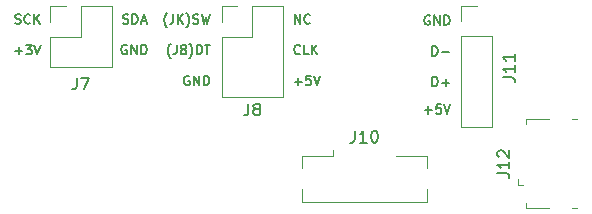
<source format=gbr>
%TF.GenerationSoftware,KiCad,Pcbnew,8.0.0*%
%TF.CreationDate,2024-02-26T11:32:58-08:00*%
%TF.ProjectId,gotek-breakout,676f7465-6b2d-4627-9265-616b6f75742e,rev?*%
%TF.SameCoordinates,Original*%
%TF.FileFunction,Legend,Top*%
%TF.FilePolarity,Positive*%
%FSLAX46Y46*%
G04 Gerber Fmt 4.6, Leading zero omitted, Abs format (unit mm)*
G04 Created by KiCad (PCBNEW 8.0.0) date 2024-02-26 11:32:58*
%MOMM*%
%LPD*%
G01*
G04 APERTURE LIST*
%ADD10C,0.150000*%
%ADD11C,0.120000*%
G04 APERTURE END LIST*
D10*
X80603697Y-107689533D02*
X81213221Y-107689533D01*
X80908459Y-107994295D02*
X80908459Y-107384771D01*
X81975125Y-107194295D02*
X81594173Y-107194295D01*
X81594173Y-107194295D02*
X81556077Y-107575247D01*
X81556077Y-107575247D02*
X81594173Y-107537152D01*
X81594173Y-107537152D02*
X81670363Y-107499057D01*
X81670363Y-107499057D02*
X81860839Y-107499057D01*
X81860839Y-107499057D02*
X81937030Y-107537152D01*
X81937030Y-107537152D02*
X81975125Y-107575247D01*
X81975125Y-107575247D02*
X82013220Y-107651438D01*
X82013220Y-107651438D02*
X82013220Y-107841914D01*
X82013220Y-107841914D02*
X81975125Y-107918104D01*
X81975125Y-107918104D02*
X81937030Y-107956200D01*
X81937030Y-107956200D02*
X81860839Y-107994295D01*
X81860839Y-107994295D02*
X81670363Y-107994295D01*
X81670363Y-107994295D02*
X81594173Y-107956200D01*
X81594173Y-107956200D02*
X81556077Y-107918104D01*
X82241792Y-107194295D02*
X82508459Y-107994295D01*
X82508459Y-107994295D02*
X82775125Y-107194295D01*
X81022744Y-99732390D02*
X80946554Y-99694295D01*
X80946554Y-99694295D02*
X80832268Y-99694295D01*
X80832268Y-99694295D02*
X80717982Y-99732390D01*
X80717982Y-99732390D02*
X80641792Y-99808580D01*
X80641792Y-99808580D02*
X80603697Y-99884771D01*
X80603697Y-99884771D02*
X80565601Y-100037152D01*
X80565601Y-100037152D02*
X80565601Y-100151438D01*
X80565601Y-100151438D02*
X80603697Y-100303819D01*
X80603697Y-100303819D02*
X80641792Y-100380009D01*
X80641792Y-100380009D02*
X80717982Y-100456200D01*
X80717982Y-100456200D02*
X80832268Y-100494295D01*
X80832268Y-100494295D02*
X80908459Y-100494295D01*
X80908459Y-100494295D02*
X81022744Y-100456200D01*
X81022744Y-100456200D02*
X81060840Y-100418104D01*
X81060840Y-100418104D02*
X81060840Y-100151438D01*
X81060840Y-100151438D02*
X80908459Y-100151438D01*
X81403697Y-100494295D02*
X81403697Y-99694295D01*
X81403697Y-99694295D02*
X81860840Y-100494295D01*
X81860840Y-100494295D02*
X81860840Y-99694295D01*
X82241792Y-100494295D02*
X82241792Y-99694295D01*
X82241792Y-99694295D02*
X82432268Y-99694295D01*
X82432268Y-99694295D02*
X82546554Y-99732390D01*
X82546554Y-99732390D02*
X82622744Y-99808580D01*
X82622744Y-99808580D02*
X82660839Y-99884771D01*
X82660839Y-99884771D02*
X82698935Y-100037152D01*
X82698935Y-100037152D02*
X82698935Y-100151438D01*
X82698935Y-100151438D02*
X82660839Y-100303819D01*
X82660839Y-100303819D02*
X82622744Y-100380009D01*
X82622744Y-100380009D02*
X82546554Y-100456200D01*
X82546554Y-100456200D02*
X82432268Y-100494295D01*
X82432268Y-100494295D02*
X82241792Y-100494295D01*
X81251316Y-105694295D02*
X81251316Y-104894295D01*
X81251316Y-104894295D02*
X81441792Y-104894295D01*
X81441792Y-104894295D02*
X81556078Y-104932390D01*
X81556078Y-104932390D02*
X81632268Y-105008580D01*
X81632268Y-105008580D02*
X81670363Y-105084771D01*
X81670363Y-105084771D02*
X81708459Y-105237152D01*
X81708459Y-105237152D02*
X81708459Y-105351438D01*
X81708459Y-105351438D02*
X81670363Y-105503819D01*
X81670363Y-105503819D02*
X81632268Y-105580009D01*
X81632268Y-105580009D02*
X81556078Y-105656200D01*
X81556078Y-105656200D02*
X81441792Y-105694295D01*
X81441792Y-105694295D02*
X81251316Y-105694295D01*
X82051316Y-105389533D02*
X82660840Y-105389533D01*
X82356078Y-105694295D02*
X82356078Y-105084771D01*
X81251316Y-103094295D02*
X81251316Y-102294295D01*
X81251316Y-102294295D02*
X81441792Y-102294295D01*
X81441792Y-102294295D02*
X81556078Y-102332390D01*
X81556078Y-102332390D02*
X81632268Y-102408580D01*
X81632268Y-102408580D02*
X81670363Y-102484771D01*
X81670363Y-102484771D02*
X81708459Y-102637152D01*
X81708459Y-102637152D02*
X81708459Y-102751438D01*
X81708459Y-102751438D02*
X81670363Y-102903819D01*
X81670363Y-102903819D02*
X81632268Y-102980009D01*
X81632268Y-102980009D02*
X81556078Y-103056200D01*
X81556078Y-103056200D02*
X81441792Y-103094295D01*
X81441792Y-103094295D02*
X81251316Y-103094295D01*
X82051316Y-102789533D02*
X82660840Y-102789533D01*
X69589160Y-100394295D02*
X69589160Y-99594295D01*
X69589160Y-99594295D02*
X70046303Y-100394295D01*
X70046303Y-100394295D02*
X70046303Y-99594295D01*
X70884398Y-100318104D02*
X70846302Y-100356200D01*
X70846302Y-100356200D02*
X70732017Y-100394295D01*
X70732017Y-100394295D02*
X70655826Y-100394295D01*
X70655826Y-100394295D02*
X70541540Y-100356200D01*
X70541540Y-100356200D02*
X70465350Y-100280009D01*
X70465350Y-100280009D02*
X70427255Y-100203819D01*
X70427255Y-100203819D02*
X70389159Y-100051438D01*
X70389159Y-100051438D02*
X70389159Y-99937152D01*
X70389159Y-99937152D02*
X70427255Y-99784771D01*
X70427255Y-99784771D02*
X70465350Y-99708580D01*
X70465350Y-99708580D02*
X70541540Y-99632390D01*
X70541540Y-99632390D02*
X70655826Y-99594295D01*
X70655826Y-99594295D02*
X70732017Y-99594295D01*
X70732017Y-99594295D02*
X70846302Y-99632390D01*
X70846302Y-99632390D02*
X70884398Y-99670485D01*
X69589160Y-105289533D02*
X70198684Y-105289533D01*
X69893922Y-105594295D02*
X69893922Y-104984771D01*
X70960588Y-104794295D02*
X70579636Y-104794295D01*
X70579636Y-104794295D02*
X70541540Y-105175247D01*
X70541540Y-105175247D02*
X70579636Y-105137152D01*
X70579636Y-105137152D02*
X70655826Y-105099057D01*
X70655826Y-105099057D02*
X70846302Y-105099057D01*
X70846302Y-105099057D02*
X70922493Y-105137152D01*
X70922493Y-105137152D02*
X70960588Y-105175247D01*
X70960588Y-105175247D02*
X70998683Y-105251438D01*
X70998683Y-105251438D02*
X70998683Y-105441914D01*
X70998683Y-105441914D02*
X70960588Y-105518104D01*
X70960588Y-105518104D02*
X70922493Y-105556200D01*
X70922493Y-105556200D02*
X70846302Y-105594295D01*
X70846302Y-105594295D02*
X70655826Y-105594295D01*
X70655826Y-105594295D02*
X70579636Y-105556200D01*
X70579636Y-105556200D02*
X70541540Y-105518104D01*
X71227255Y-104794295D02*
X71493922Y-105594295D01*
X71493922Y-105594295D02*
X71760588Y-104794295D01*
X70046303Y-102918104D02*
X70008207Y-102956200D01*
X70008207Y-102956200D02*
X69893922Y-102994295D01*
X69893922Y-102994295D02*
X69817731Y-102994295D01*
X69817731Y-102994295D02*
X69703445Y-102956200D01*
X69703445Y-102956200D02*
X69627255Y-102880009D01*
X69627255Y-102880009D02*
X69589160Y-102803819D01*
X69589160Y-102803819D02*
X69551064Y-102651438D01*
X69551064Y-102651438D02*
X69551064Y-102537152D01*
X69551064Y-102537152D02*
X69589160Y-102384771D01*
X69589160Y-102384771D02*
X69627255Y-102308580D01*
X69627255Y-102308580D02*
X69703445Y-102232390D01*
X69703445Y-102232390D02*
X69817731Y-102194295D01*
X69817731Y-102194295D02*
X69893922Y-102194295D01*
X69893922Y-102194295D02*
X70008207Y-102232390D01*
X70008207Y-102232390D02*
X70046303Y-102270485D01*
X70770112Y-102994295D02*
X70389160Y-102994295D01*
X70389160Y-102994295D02*
X70389160Y-102194295D01*
X71036779Y-102994295D02*
X71036779Y-102194295D01*
X71493922Y-102994295D02*
X71151064Y-102537152D01*
X71493922Y-102194295D02*
X71036779Y-102651438D01*
X60672744Y-104832390D02*
X60596554Y-104794295D01*
X60596554Y-104794295D02*
X60482268Y-104794295D01*
X60482268Y-104794295D02*
X60367982Y-104832390D01*
X60367982Y-104832390D02*
X60291792Y-104908580D01*
X60291792Y-104908580D02*
X60253697Y-104984771D01*
X60253697Y-104984771D02*
X60215601Y-105137152D01*
X60215601Y-105137152D02*
X60215601Y-105251438D01*
X60215601Y-105251438D02*
X60253697Y-105403819D01*
X60253697Y-105403819D02*
X60291792Y-105480009D01*
X60291792Y-105480009D02*
X60367982Y-105556200D01*
X60367982Y-105556200D02*
X60482268Y-105594295D01*
X60482268Y-105594295D02*
X60558459Y-105594295D01*
X60558459Y-105594295D02*
X60672744Y-105556200D01*
X60672744Y-105556200D02*
X60710840Y-105518104D01*
X60710840Y-105518104D02*
X60710840Y-105251438D01*
X60710840Y-105251438D02*
X60558459Y-105251438D01*
X61053697Y-105594295D02*
X61053697Y-104794295D01*
X61053697Y-104794295D02*
X61510840Y-105594295D01*
X61510840Y-105594295D02*
X61510840Y-104794295D01*
X61891792Y-105594295D02*
X61891792Y-104794295D01*
X61891792Y-104794295D02*
X62082268Y-104794295D01*
X62082268Y-104794295D02*
X62196554Y-104832390D01*
X62196554Y-104832390D02*
X62272744Y-104908580D01*
X62272744Y-104908580D02*
X62310839Y-104984771D01*
X62310839Y-104984771D02*
X62348935Y-105137152D01*
X62348935Y-105137152D02*
X62348935Y-105251438D01*
X62348935Y-105251438D02*
X62310839Y-105403819D01*
X62310839Y-105403819D02*
X62272744Y-105480009D01*
X62272744Y-105480009D02*
X62196554Y-105556200D01*
X62196554Y-105556200D02*
X62082268Y-105594295D01*
X62082268Y-105594295D02*
X61891792Y-105594295D01*
X59072744Y-103299057D02*
X59034649Y-103260961D01*
X59034649Y-103260961D02*
X58958458Y-103146676D01*
X58958458Y-103146676D02*
X58920363Y-103070485D01*
X58920363Y-103070485D02*
X58882268Y-102956200D01*
X58882268Y-102956200D02*
X58844173Y-102765723D01*
X58844173Y-102765723D02*
X58844173Y-102613342D01*
X58844173Y-102613342D02*
X58882268Y-102422866D01*
X58882268Y-102422866D02*
X58920363Y-102308580D01*
X58920363Y-102308580D02*
X58958458Y-102232390D01*
X58958458Y-102232390D02*
X59034649Y-102118104D01*
X59034649Y-102118104D02*
X59072744Y-102080009D01*
X59606077Y-102194295D02*
X59606077Y-102765723D01*
X59606077Y-102765723D02*
X59567982Y-102880009D01*
X59567982Y-102880009D02*
X59491791Y-102956200D01*
X59491791Y-102956200D02*
X59377506Y-102994295D01*
X59377506Y-102994295D02*
X59301315Y-102994295D01*
X60101315Y-102537152D02*
X60025125Y-102499057D01*
X60025125Y-102499057D02*
X59987030Y-102460961D01*
X59987030Y-102460961D02*
X59948934Y-102384771D01*
X59948934Y-102384771D02*
X59948934Y-102346676D01*
X59948934Y-102346676D02*
X59987030Y-102270485D01*
X59987030Y-102270485D02*
X60025125Y-102232390D01*
X60025125Y-102232390D02*
X60101315Y-102194295D01*
X60101315Y-102194295D02*
X60253696Y-102194295D01*
X60253696Y-102194295D02*
X60329887Y-102232390D01*
X60329887Y-102232390D02*
X60367982Y-102270485D01*
X60367982Y-102270485D02*
X60406077Y-102346676D01*
X60406077Y-102346676D02*
X60406077Y-102384771D01*
X60406077Y-102384771D02*
X60367982Y-102460961D01*
X60367982Y-102460961D02*
X60329887Y-102499057D01*
X60329887Y-102499057D02*
X60253696Y-102537152D01*
X60253696Y-102537152D02*
X60101315Y-102537152D01*
X60101315Y-102537152D02*
X60025125Y-102575247D01*
X60025125Y-102575247D02*
X59987030Y-102613342D01*
X59987030Y-102613342D02*
X59948934Y-102689533D01*
X59948934Y-102689533D02*
X59948934Y-102841914D01*
X59948934Y-102841914D02*
X59987030Y-102918104D01*
X59987030Y-102918104D02*
X60025125Y-102956200D01*
X60025125Y-102956200D02*
X60101315Y-102994295D01*
X60101315Y-102994295D02*
X60253696Y-102994295D01*
X60253696Y-102994295D02*
X60329887Y-102956200D01*
X60329887Y-102956200D02*
X60367982Y-102918104D01*
X60367982Y-102918104D02*
X60406077Y-102841914D01*
X60406077Y-102841914D02*
X60406077Y-102689533D01*
X60406077Y-102689533D02*
X60367982Y-102613342D01*
X60367982Y-102613342D02*
X60329887Y-102575247D01*
X60329887Y-102575247D02*
X60253696Y-102537152D01*
X60672744Y-103299057D02*
X60710839Y-103260961D01*
X60710839Y-103260961D02*
X60787030Y-103146676D01*
X60787030Y-103146676D02*
X60825125Y-103070485D01*
X60825125Y-103070485D02*
X60863220Y-102956200D01*
X60863220Y-102956200D02*
X60901316Y-102765723D01*
X60901316Y-102765723D02*
X60901316Y-102613342D01*
X60901316Y-102613342D02*
X60863220Y-102422866D01*
X60863220Y-102422866D02*
X60825125Y-102308580D01*
X60825125Y-102308580D02*
X60787030Y-102232390D01*
X60787030Y-102232390D02*
X60710839Y-102118104D01*
X60710839Y-102118104D02*
X60672744Y-102080009D01*
X61282268Y-102994295D02*
X61282268Y-102194295D01*
X61282268Y-102194295D02*
X61472744Y-102194295D01*
X61472744Y-102194295D02*
X61587030Y-102232390D01*
X61587030Y-102232390D02*
X61663220Y-102308580D01*
X61663220Y-102308580D02*
X61701315Y-102384771D01*
X61701315Y-102384771D02*
X61739411Y-102537152D01*
X61739411Y-102537152D02*
X61739411Y-102651438D01*
X61739411Y-102651438D02*
X61701315Y-102803819D01*
X61701315Y-102803819D02*
X61663220Y-102880009D01*
X61663220Y-102880009D02*
X61587030Y-102956200D01*
X61587030Y-102956200D02*
X61472744Y-102994295D01*
X61472744Y-102994295D02*
X61282268Y-102994295D01*
X61967982Y-102194295D02*
X62425125Y-102194295D01*
X62196553Y-102994295D02*
X62196553Y-102194295D01*
X58767982Y-100699057D02*
X58729887Y-100660961D01*
X58729887Y-100660961D02*
X58653696Y-100546676D01*
X58653696Y-100546676D02*
X58615601Y-100470485D01*
X58615601Y-100470485D02*
X58577506Y-100356200D01*
X58577506Y-100356200D02*
X58539411Y-100165723D01*
X58539411Y-100165723D02*
X58539411Y-100013342D01*
X58539411Y-100013342D02*
X58577506Y-99822866D01*
X58577506Y-99822866D02*
X58615601Y-99708580D01*
X58615601Y-99708580D02*
X58653696Y-99632390D01*
X58653696Y-99632390D02*
X58729887Y-99518104D01*
X58729887Y-99518104D02*
X58767982Y-99480009D01*
X59301315Y-99594295D02*
X59301315Y-100165723D01*
X59301315Y-100165723D02*
X59263220Y-100280009D01*
X59263220Y-100280009D02*
X59187029Y-100356200D01*
X59187029Y-100356200D02*
X59072744Y-100394295D01*
X59072744Y-100394295D02*
X58996553Y-100394295D01*
X59682268Y-100394295D02*
X59682268Y-99594295D01*
X60139411Y-100394295D02*
X59796553Y-99937152D01*
X60139411Y-99594295D02*
X59682268Y-100051438D01*
X60406077Y-100699057D02*
X60444172Y-100660961D01*
X60444172Y-100660961D02*
X60520363Y-100546676D01*
X60520363Y-100546676D02*
X60558458Y-100470485D01*
X60558458Y-100470485D02*
X60596553Y-100356200D01*
X60596553Y-100356200D02*
X60634649Y-100165723D01*
X60634649Y-100165723D02*
X60634649Y-100013342D01*
X60634649Y-100013342D02*
X60596553Y-99822866D01*
X60596553Y-99822866D02*
X60558458Y-99708580D01*
X60558458Y-99708580D02*
X60520363Y-99632390D01*
X60520363Y-99632390D02*
X60444172Y-99518104D01*
X60444172Y-99518104D02*
X60406077Y-99480009D01*
X60977505Y-100356200D02*
X61091791Y-100394295D01*
X61091791Y-100394295D02*
X61282267Y-100394295D01*
X61282267Y-100394295D02*
X61358458Y-100356200D01*
X61358458Y-100356200D02*
X61396553Y-100318104D01*
X61396553Y-100318104D02*
X61434648Y-100241914D01*
X61434648Y-100241914D02*
X61434648Y-100165723D01*
X61434648Y-100165723D02*
X61396553Y-100089533D01*
X61396553Y-100089533D02*
X61358458Y-100051438D01*
X61358458Y-100051438D02*
X61282267Y-100013342D01*
X61282267Y-100013342D02*
X61129886Y-99975247D01*
X61129886Y-99975247D02*
X61053696Y-99937152D01*
X61053696Y-99937152D02*
X61015601Y-99899057D01*
X61015601Y-99899057D02*
X60977505Y-99822866D01*
X60977505Y-99822866D02*
X60977505Y-99746676D01*
X60977505Y-99746676D02*
X61015601Y-99670485D01*
X61015601Y-99670485D02*
X61053696Y-99632390D01*
X61053696Y-99632390D02*
X61129886Y-99594295D01*
X61129886Y-99594295D02*
X61320363Y-99594295D01*
X61320363Y-99594295D02*
X61434648Y-99632390D01*
X61701315Y-99594295D02*
X61891791Y-100394295D01*
X61891791Y-100394295D02*
X62044172Y-99822866D01*
X62044172Y-99822866D02*
X62196553Y-100394295D01*
X62196553Y-100394295D02*
X62387030Y-99594295D01*
X55372744Y-102232390D02*
X55296554Y-102194295D01*
X55296554Y-102194295D02*
X55182268Y-102194295D01*
X55182268Y-102194295D02*
X55067982Y-102232390D01*
X55067982Y-102232390D02*
X54991792Y-102308580D01*
X54991792Y-102308580D02*
X54953697Y-102384771D01*
X54953697Y-102384771D02*
X54915601Y-102537152D01*
X54915601Y-102537152D02*
X54915601Y-102651438D01*
X54915601Y-102651438D02*
X54953697Y-102803819D01*
X54953697Y-102803819D02*
X54991792Y-102880009D01*
X54991792Y-102880009D02*
X55067982Y-102956200D01*
X55067982Y-102956200D02*
X55182268Y-102994295D01*
X55182268Y-102994295D02*
X55258459Y-102994295D01*
X55258459Y-102994295D02*
X55372744Y-102956200D01*
X55372744Y-102956200D02*
X55410840Y-102918104D01*
X55410840Y-102918104D02*
X55410840Y-102651438D01*
X55410840Y-102651438D02*
X55258459Y-102651438D01*
X55753697Y-102994295D02*
X55753697Y-102194295D01*
X55753697Y-102194295D02*
X56210840Y-102994295D01*
X56210840Y-102994295D02*
X56210840Y-102194295D01*
X56591792Y-102994295D02*
X56591792Y-102194295D01*
X56591792Y-102194295D02*
X56782268Y-102194295D01*
X56782268Y-102194295D02*
X56896554Y-102232390D01*
X56896554Y-102232390D02*
X56972744Y-102308580D01*
X56972744Y-102308580D02*
X57010839Y-102384771D01*
X57010839Y-102384771D02*
X57048935Y-102537152D01*
X57048935Y-102537152D02*
X57048935Y-102651438D01*
X57048935Y-102651438D02*
X57010839Y-102803819D01*
X57010839Y-102803819D02*
X56972744Y-102880009D01*
X56972744Y-102880009D02*
X56896554Y-102956200D01*
X56896554Y-102956200D02*
X56782268Y-102994295D01*
X56782268Y-102994295D02*
X56591792Y-102994295D01*
X55051064Y-100356200D02*
X55165350Y-100394295D01*
X55165350Y-100394295D02*
X55355826Y-100394295D01*
X55355826Y-100394295D02*
X55432017Y-100356200D01*
X55432017Y-100356200D02*
X55470112Y-100318104D01*
X55470112Y-100318104D02*
X55508207Y-100241914D01*
X55508207Y-100241914D02*
X55508207Y-100165723D01*
X55508207Y-100165723D02*
X55470112Y-100089533D01*
X55470112Y-100089533D02*
X55432017Y-100051438D01*
X55432017Y-100051438D02*
X55355826Y-100013342D01*
X55355826Y-100013342D02*
X55203445Y-99975247D01*
X55203445Y-99975247D02*
X55127255Y-99937152D01*
X55127255Y-99937152D02*
X55089160Y-99899057D01*
X55089160Y-99899057D02*
X55051064Y-99822866D01*
X55051064Y-99822866D02*
X55051064Y-99746676D01*
X55051064Y-99746676D02*
X55089160Y-99670485D01*
X55089160Y-99670485D02*
X55127255Y-99632390D01*
X55127255Y-99632390D02*
X55203445Y-99594295D01*
X55203445Y-99594295D02*
X55393922Y-99594295D01*
X55393922Y-99594295D02*
X55508207Y-99632390D01*
X55851065Y-100394295D02*
X55851065Y-99594295D01*
X55851065Y-99594295D02*
X56041541Y-99594295D01*
X56041541Y-99594295D02*
X56155827Y-99632390D01*
X56155827Y-99632390D02*
X56232017Y-99708580D01*
X56232017Y-99708580D02*
X56270112Y-99784771D01*
X56270112Y-99784771D02*
X56308208Y-99937152D01*
X56308208Y-99937152D02*
X56308208Y-100051438D01*
X56308208Y-100051438D02*
X56270112Y-100203819D01*
X56270112Y-100203819D02*
X56232017Y-100280009D01*
X56232017Y-100280009D02*
X56155827Y-100356200D01*
X56155827Y-100356200D02*
X56041541Y-100394295D01*
X56041541Y-100394295D02*
X55851065Y-100394295D01*
X56612969Y-100165723D02*
X56993922Y-100165723D01*
X56536779Y-100394295D02*
X56803446Y-99594295D01*
X56803446Y-99594295D02*
X57070112Y-100394295D01*
X45903697Y-102689533D02*
X46513221Y-102689533D01*
X46208459Y-102994295D02*
X46208459Y-102384771D01*
X46817982Y-102194295D02*
X47313220Y-102194295D01*
X47313220Y-102194295D02*
X47046554Y-102499057D01*
X47046554Y-102499057D02*
X47160839Y-102499057D01*
X47160839Y-102499057D02*
X47237030Y-102537152D01*
X47237030Y-102537152D02*
X47275125Y-102575247D01*
X47275125Y-102575247D02*
X47313220Y-102651438D01*
X47313220Y-102651438D02*
X47313220Y-102841914D01*
X47313220Y-102841914D02*
X47275125Y-102918104D01*
X47275125Y-102918104D02*
X47237030Y-102956200D01*
X47237030Y-102956200D02*
X47160839Y-102994295D01*
X47160839Y-102994295D02*
X46932268Y-102994295D01*
X46932268Y-102994295D02*
X46856077Y-102956200D01*
X46856077Y-102956200D02*
X46817982Y-102918104D01*
X47541792Y-102194295D02*
X47808459Y-102994295D01*
X47808459Y-102994295D02*
X48075125Y-102194295D01*
X45941791Y-100356200D02*
X46056077Y-100394295D01*
X46056077Y-100394295D02*
X46246553Y-100394295D01*
X46246553Y-100394295D02*
X46322744Y-100356200D01*
X46322744Y-100356200D02*
X46360839Y-100318104D01*
X46360839Y-100318104D02*
X46398934Y-100241914D01*
X46398934Y-100241914D02*
X46398934Y-100165723D01*
X46398934Y-100165723D02*
X46360839Y-100089533D01*
X46360839Y-100089533D02*
X46322744Y-100051438D01*
X46322744Y-100051438D02*
X46246553Y-100013342D01*
X46246553Y-100013342D02*
X46094172Y-99975247D01*
X46094172Y-99975247D02*
X46017982Y-99937152D01*
X46017982Y-99937152D02*
X45979887Y-99899057D01*
X45979887Y-99899057D02*
X45941791Y-99822866D01*
X45941791Y-99822866D02*
X45941791Y-99746676D01*
X45941791Y-99746676D02*
X45979887Y-99670485D01*
X45979887Y-99670485D02*
X46017982Y-99632390D01*
X46017982Y-99632390D02*
X46094172Y-99594295D01*
X46094172Y-99594295D02*
X46284649Y-99594295D01*
X46284649Y-99594295D02*
X46398934Y-99632390D01*
X47198935Y-100318104D02*
X47160839Y-100356200D01*
X47160839Y-100356200D02*
X47046554Y-100394295D01*
X47046554Y-100394295D02*
X46970363Y-100394295D01*
X46970363Y-100394295D02*
X46856077Y-100356200D01*
X46856077Y-100356200D02*
X46779887Y-100280009D01*
X46779887Y-100280009D02*
X46741792Y-100203819D01*
X46741792Y-100203819D02*
X46703696Y-100051438D01*
X46703696Y-100051438D02*
X46703696Y-99937152D01*
X46703696Y-99937152D02*
X46741792Y-99784771D01*
X46741792Y-99784771D02*
X46779887Y-99708580D01*
X46779887Y-99708580D02*
X46856077Y-99632390D01*
X46856077Y-99632390D02*
X46970363Y-99594295D01*
X46970363Y-99594295D02*
X47046554Y-99594295D01*
X47046554Y-99594295D02*
X47160839Y-99632390D01*
X47160839Y-99632390D02*
X47198935Y-99670485D01*
X47541792Y-100394295D02*
X47541792Y-99594295D01*
X47998935Y-100394295D02*
X47656077Y-99937152D01*
X47998935Y-99594295D02*
X47541792Y-100051438D01*
X65661666Y-107154819D02*
X65661666Y-107869104D01*
X65661666Y-107869104D02*
X65614047Y-108011961D01*
X65614047Y-108011961D02*
X65518809Y-108107200D01*
X65518809Y-108107200D02*
X65375952Y-108154819D01*
X65375952Y-108154819D02*
X65280714Y-108154819D01*
X66280714Y-107583390D02*
X66185476Y-107535771D01*
X66185476Y-107535771D02*
X66137857Y-107488152D01*
X66137857Y-107488152D02*
X66090238Y-107392914D01*
X66090238Y-107392914D02*
X66090238Y-107345295D01*
X66090238Y-107345295D02*
X66137857Y-107250057D01*
X66137857Y-107250057D02*
X66185476Y-107202438D01*
X66185476Y-107202438D02*
X66280714Y-107154819D01*
X66280714Y-107154819D02*
X66471190Y-107154819D01*
X66471190Y-107154819D02*
X66566428Y-107202438D01*
X66566428Y-107202438D02*
X66614047Y-107250057D01*
X66614047Y-107250057D02*
X66661666Y-107345295D01*
X66661666Y-107345295D02*
X66661666Y-107392914D01*
X66661666Y-107392914D02*
X66614047Y-107488152D01*
X66614047Y-107488152D02*
X66566428Y-107535771D01*
X66566428Y-107535771D02*
X66471190Y-107583390D01*
X66471190Y-107583390D02*
X66280714Y-107583390D01*
X66280714Y-107583390D02*
X66185476Y-107631009D01*
X66185476Y-107631009D02*
X66137857Y-107678628D01*
X66137857Y-107678628D02*
X66090238Y-107773866D01*
X66090238Y-107773866D02*
X66090238Y-107964342D01*
X66090238Y-107964342D02*
X66137857Y-108059580D01*
X66137857Y-108059580D02*
X66185476Y-108107200D01*
X66185476Y-108107200D02*
X66280714Y-108154819D01*
X66280714Y-108154819D02*
X66471190Y-108154819D01*
X66471190Y-108154819D02*
X66566428Y-108107200D01*
X66566428Y-108107200D02*
X66614047Y-108059580D01*
X66614047Y-108059580D02*
X66661666Y-107964342D01*
X66661666Y-107964342D02*
X66661666Y-107773866D01*
X66661666Y-107773866D02*
X66614047Y-107678628D01*
X66614047Y-107678628D02*
X66566428Y-107631009D01*
X66566428Y-107631009D02*
X66471190Y-107583390D01*
X51146666Y-104954819D02*
X51146666Y-105669104D01*
X51146666Y-105669104D02*
X51099047Y-105811961D01*
X51099047Y-105811961D02*
X51003809Y-105907200D01*
X51003809Y-105907200D02*
X50860952Y-105954819D01*
X50860952Y-105954819D02*
X50765714Y-105954819D01*
X51527619Y-104954819D02*
X52194285Y-104954819D01*
X52194285Y-104954819D02*
X51765714Y-105954819D01*
X86754819Y-113059523D02*
X87469104Y-113059523D01*
X87469104Y-113059523D02*
X87611961Y-113107142D01*
X87611961Y-113107142D02*
X87707200Y-113202380D01*
X87707200Y-113202380D02*
X87754819Y-113345237D01*
X87754819Y-113345237D02*
X87754819Y-113440475D01*
X87754819Y-112059523D02*
X87754819Y-112630951D01*
X87754819Y-112345237D02*
X86754819Y-112345237D01*
X86754819Y-112345237D02*
X86897676Y-112440475D01*
X86897676Y-112440475D02*
X86992914Y-112535713D01*
X86992914Y-112535713D02*
X87040533Y-112630951D01*
X86850057Y-111678570D02*
X86802438Y-111630951D01*
X86802438Y-111630951D02*
X86754819Y-111535713D01*
X86754819Y-111535713D02*
X86754819Y-111297618D01*
X86754819Y-111297618D02*
X86802438Y-111202380D01*
X86802438Y-111202380D02*
X86850057Y-111154761D01*
X86850057Y-111154761D02*
X86945295Y-111107142D01*
X86945295Y-111107142D02*
X87040533Y-111107142D01*
X87040533Y-111107142D02*
X87183390Y-111154761D01*
X87183390Y-111154761D02*
X87754819Y-111726189D01*
X87754819Y-111726189D02*
X87754819Y-111107142D01*
X87204820Y-104909523D02*
X87919105Y-104909523D01*
X87919105Y-104909523D02*
X88061962Y-104957142D01*
X88061962Y-104957142D02*
X88157201Y-105052380D01*
X88157201Y-105052380D02*
X88204820Y-105195237D01*
X88204820Y-105195237D02*
X88204820Y-105290475D01*
X88204820Y-103909523D02*
X88204820Y-104480951D01*
X88204820Y-104195237D02*
X87204820Y-104195237D01*
X87204820Y-104195237D02*
X87347677Y-104290475D01*
X87347677Y-104290475D02*
X87442915Y-104385713D01*
X87442915Y-104385713D02*
X87490534Y-104480951D01*
X88204820Y-102957142D02*
X88204820Y-103528570D01*
X88204820Y-103242856D02*
X87204820Y-103242856D01*
X87204820Y-103242856D02*
X87347677Y-103338094D01*
X87347677Y-103338094D02*
X87442915Y-103433332D01*
X87442915Y-103433332D02*
X87490534Y-103528570D01*
X74690476Y-109454819D02*
X74690476Y-110169104D01*
X74690476Y-110169104D02*
X74642857Y-110311961D01*
X74642857Y-110311961D02*
X74547619Y-110407200D01*
X74547619Y-110407200D02*
X74404762Y-110454819D01*
X74404762Y-110454819D02*
X74309524Y-110454819D01*
X75690476Y-110454819D02*
X75119048Y-110454819D01*
X75404762Y-110454819D02*
X75404762Y-109454819D01*
X75404762Y-109454819D02*
X75309524Y-109597676D01*
X75309524Y-109597676D02*
X75214286Y-109692914D01*
X75214286Y-109692914D02*
X75119048Y-109740533D01*
X76309524Y-109454819D02*
X76404762Y-109454819D01*
X76404762Y-109454819D02*
X76500000Y-109502438D01*
X76500000Y-109502438D02*
X76547619Y-109550057D01*
X76547619Y-109550057D02*
X76595238Y-109645295D01*
X76595238Y-109645295D02*
X76642857Y-109835771D01*
X76642857Y-109835771D02*
X76642857Y-110073866D01*
X76642857Y-110073866D02*
X76595238Y-110264342D01*
X76595238Y-110264342D02*
X76547619Y-110359580D01*
X76547619Y-110359580D02*
X76500000Y-110407200D01*
X76500000Y-110407200D02*
X76404762Y-110454819D01*
X76404762Y-110454819D02*
X76309524Y-110454819D01*
X76309524Y-110454819D02*
X76214286Y-110407200D01*
X76214286Y-110407200D02*
X76166667Y-110359580D01*
X76166667Y-110359580D02*
X76119048Y-110264342D01*
X76119048Y-110264342D02*
X76071429Y-110073866D01*
X76071429Y-110073866D02*
X76071429Y-109835771D01*
X76071429Y-109835771D02*
X76119048Y-109645295D01*
X76119048Y-109645295D02*
X76166667Y-109550057D01*
X76166667Y-109550057D02*
X76214286Y-109502438D01*
X76214286Y-109502438D02*
X76309524Y-109454819D01*
D11*
%TO.C,J8*%
X63395000Y-98895000D02*
X64725000Y-98895000D01*
X63395000Y-100225000D02*
X63395000Y-98895000D01*
X63395000Y-101495000D02*
X63395000Y-106635000D01*
X63395000Y-101495000D02*
X65995000Y-101495000D01*
X63395000Y-106635000D02*
X68595000Y-106635000D01*
X65995000Y-98895000D02*
X68595000Y-98895000D01*
X65995000Y-101495000D02*
X65995000Y-98895000D01*
X68595000Y-98895000D02*
X68595000Y-106635000D01*
%TO.C,J7*%
X48880000Y-98880000D02*
X50210000Y-98880000D01*
X48880000Y-100210000D02*
X48880000Y-98880000D01*
X48880000Y-101480000D02*
X48880000Y-104080000D01*
X48880000Y-101480000D02*
X51480000Y-101480000D01*
X48880000Y-104080000D02*
X54080000Y-104080000D01*
X51480000Y-98880000D02*
X54080000Y-98880000D01*
X51480000Y-101480000D02*
X51480000Y-98880000D01*
X54080000Y-98880000D02*
X54080000Y-104080000D01*
%TO.C,J12*%
X88460000Y-113560000D02*
X88460000Y-114010000D01*
X88910000Y-114010000D02*
X88460000Y-114010000D01*
X89140000Y-108490000D02*
X89140000Y-108910000D01*
X89140000Y-116010000D02*
X89140000Y-115590000D01*
X91120000Y-108490000D02*
X89140000Y-108490000D01*
X91120000Y-116010000D02*
X89140000Y-116010000D01*
X93090000Y-108490000D02*
X93490000Y-108490000D01*
X93490000Y-116010000D02*
X93090000Y-116010000D01*
%TO.C,J11*%
X83670000Y-98870000D02*
X85000000Y-98870000D01*
X83670000Y-100200000D02*
X83670000Y-98870000D01*
X83670000Y-101470000D02*
X83670000Y-109150000D01*
X83670000Y-101470000D02*
X86330000Y-101470000D01*
X83670000Y-109150000D02*
X86330000Y-109150000D01*
X86330000Y-101470000D02*
X86330000Y-109150000D01*
%TO.C,J10*%
X70170000Y-114410000D02*
X70170000Y-115480000D01*
X70170000Y-115480000D02*
X80830000Y-115480000D01*
X70220000Y-111620000D02*
X70220000Y-112590000D01*
X72840000Y-111100000D02*
X72840000Y-111620000D01*
X72840000Y-111620000D02*
X70220000Y-111620000D01*
X80780000Y-111620000D02*
X78160000Y-111620000D01*
X80780000Y-112590000D02*
X80780000Y-111620000D01*
X80830000Y-115480000D02*
X80830000Y-114410000D01*
%TD*%
M02*

</source>
